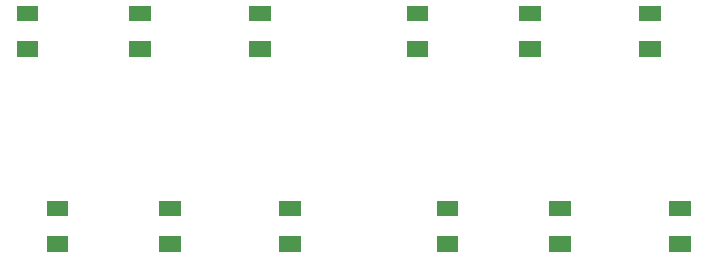
<source format=gbp>
G04 start of page 11 for group -4014 idx -4014 *
G04 Title: 26.007.01.01.01, bottompaste *
G04 Creator: pcb 4.1.2 *
G04 CreationDate: Sun Jul 29 08:17:18 2018 UTC *
G04 For: bert *
G04 Format: Gerber/RS-274X *
G04 PCB-Dimensions (mil): 2600.00 1150.00 *
G04 PCB-Coordinate-Origin: lower left *
%MOIN*%
%FSLAX25Y25*%
%LNGBP*%
%ADD44C,0.0001*%
G54D44*G36*
X98957Y100964D02*Y95846D01*
X106043D01*
Y100964D01*
X98957D01*
G37*
G36*
Y89154D02*Y84036D01*
X106043D01*
Y89154D01*
X98957D01*
G37*
G36*
X108957Y24154D02*Y19036D01*
X116043D01*
Y24154D01*
X108957D01*
G37*
G36*
Y35964D02*Y30846D01*
X116043D01*
Y35964D01*
X108957D01*
G37*
G36*
X188957Y100964D02*Y95846D01*
X196043D01*
Y100964D01*
X188957D01*
G37*
G36*
Y89154D02*Y84036D01*
X196043D01*
Y89154D01*
X188957D01*
G37*
G36*
X151457Y100964D02*Y95846D01*
X158543D01*
Y100964D01*
X151457D01*
G37*
G36*
Y89154D02*Y84036D01*
X158543D01*
Y89154D01*
X151457D01*
G37*
G36*
X198957Y35964D02*Y30846D01*
X206043D01*
Y35964D01*
X198957D01*
G37*
G36*
Y24154D02*Y19036D01*
X206043D01*
Y24154D01*
X198957D01*
G37*
G36*
X161457D02*Y19036D01*
X168543D01*
Y24154D01*
X161457D01*
G37*
G36*
Y35964D02*Y30846D01*
X168543D01*
Y35964D01*
X161457D01*
G37*
G36*
X238957Y24154D02*Y19036D01*
X246043D01*
Y24154D01*
X238957D01*
G37*
G36*
Y35964D02*Y30846D01*
X246043D01*
Y35964D01*
X238957D01*
G37*
G36*
X58957Y100964D02*Y95846D01*
X66043D01*
Y100964D01*
X58957D01*
G37*
G36*
Y89154D02*Y84036D01*
X66043D01*
Y89154D01*
X58957D01*
G37*
G36*
X21457Y100964D02*Y95846D01*
X28543D01*
Y100964D01*
X21457D01*
G37*
G36*
Y89154D02*Y84036D01*
X28543D01*
Y89154D01*
X21457D01*
G37*
G36*
X68957Y35964D02*Y30846D01*
X76043D01*
Y35964D01*
X68957D01*
G37*
G36*
Y24154D02*Y19036D01*
X76043D01*
Y24154D01*
X68957D01*
G37*
G36*
X31457D02*Y19036D01*
X38543D01*
Y24154D01*
X31457D01*
G37*
G36*
Y35964D02*Y30846D01*
X38543D01*
Y35964D01*
X31457D01*
G37*
G36*
X228957Y100964D02*Y95846D01*
X236043D01*
Y100964D01*
X228957D01*
G37*
G36*
Y89154D02*Y84036D01*
X236043D01*
Y89154D01*
X228957D01*
G37*
M02*

</source>
